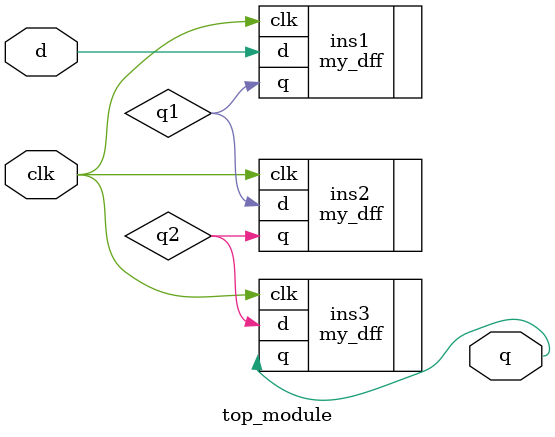
<source format=v>
module top_module ( input clk, input d, output q );
    wire q1,q2;
    my_dff ins1 (.clk(clk), .d(d), .q(q1));
    my_dff ins2 (.clk(clk), .d(q1), .q(q2));
    my_dff ins3 (.clk(clk), .d(q2), .q(q));
    
endmodule
//module my_dff ( input clk, input d, output q );

</source>
